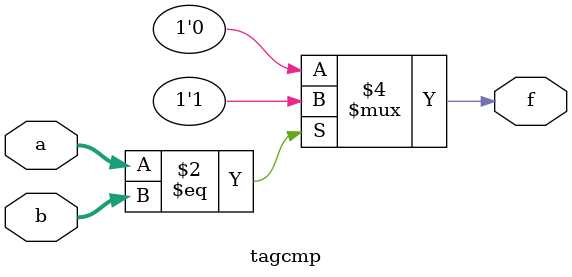
<source format=sv>
module tagcmp #(parameter width = 32)
(
	input logic [width-1:0] a,
	input logic [width-1:0] b,
	output logic f
);

always_comb
begin
	if (a == b)
		f = 1'b1;
	else
		f = 1'b0;
end

endmodule : tagcmp

</source>
